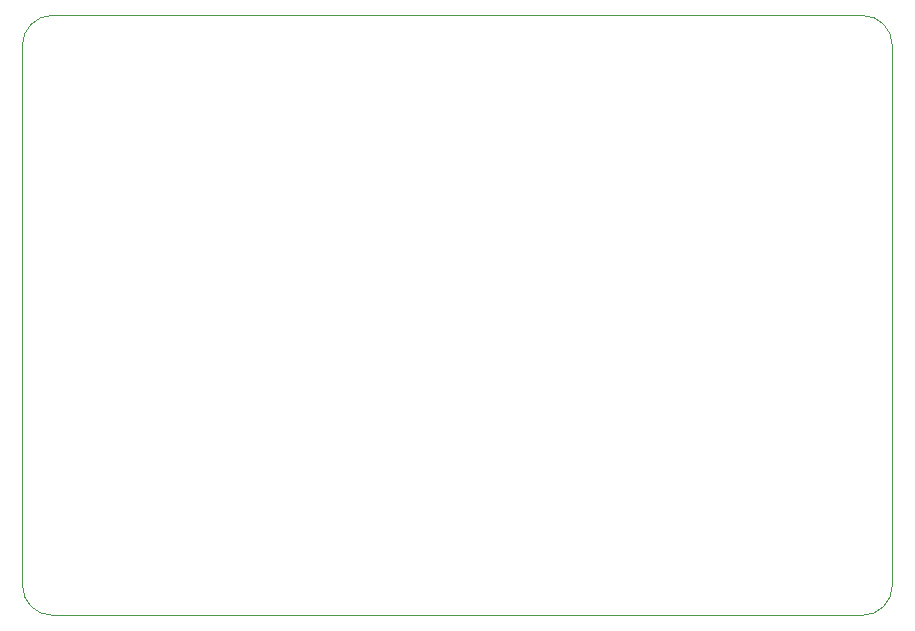
<source format=gbr>
%TF.GenerationSoftware,KiCad,Pcbnew,8.0.4*%
%TF.CreationDate,2024-11-29T22:55:19-05:00*%
%TF.ProjectId,foc_pcb,666f635f-7063-4622-9e6b-696361645f70,2.0*%
%TF.SameCoordinates,Original*%
%TF.FileFunction,Profile,NP*%
%FSLAX46Y46*%
G04 Gerber Fmt 4.6, Leading zero omitted, Abs format (unit mm)*
G04 Created by KiCad (PCBNEW 8.0.4) date 2024-11-29 22:55:19*
%MOMM*%
%LPD*%
G01*
G04 APERTURE LIST*
%TA.AperFunction,Profile*%
%ADD10C,0.100000*%
%TD*%
G04 APERTURE END LIST*
D10*
X273050000Y-100330000D02*
X273050000Y-146050000D01*
X273050000Y-146050000D02*
G75*
G02*
X270510000Y-148590000I-2540000J0D01*
G01*
X199390000Y-100330000D02*
G75*
G02*
X201930000Y-97790000I2540000J0D01*
G01*
X201930000Y-148590000D02*
X270510000Y-148590000D01*
X270510000Y-97790000D02*
G75*
G02*
X273050000Y-100330000I0J-2540000D01*
G01*
X201930000Y-148590000D02*
G75*
G02*
X199390000Y-146050000I0J2540000D01*
G01*
X201930000Y-97790000D02*
X270510000Y-97790000D01*
X199390000Y-100330000D02*
X199390000Y-146050000D01*
M02*

</source>
